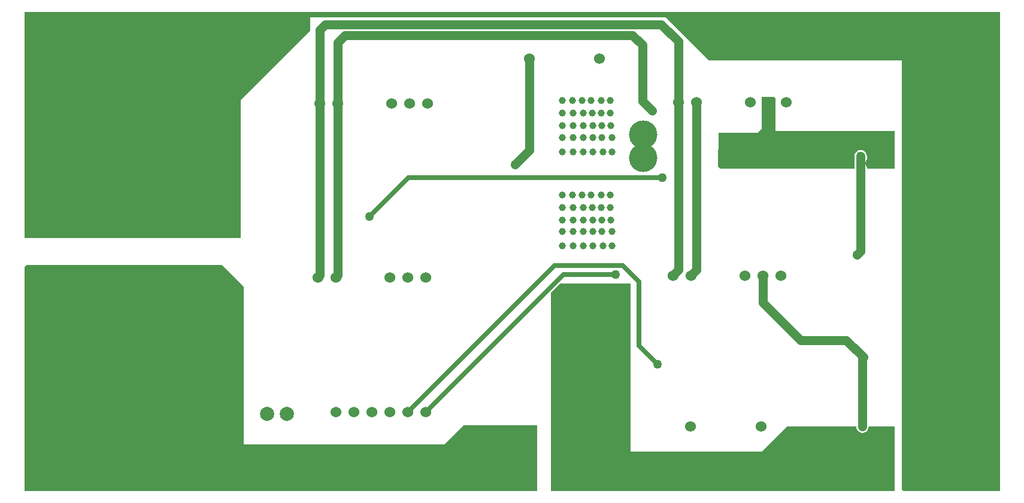
<source format=gbl>
G04*
G04 #@! TF.GenerationSoftware,Altium Limited,Altium Designer,21.1.1 (26)*
G04*
G04 Layer_Physical_Order=2*
G04 Layer_Color=16711680*
%FSLAX25Y25*%
%MOIN*%
G70*
G04*
G04 #@! TF.SameCoordinates,EB652CFF-68FA-4F81-8967-BD5122A89D0C*
G04*
G04*
G04 #@! TF.FilePolarity,Positive*
G04*
G01*
G75*
%ADD19C,0.05000*%
%ADD34C,0.02500*%
%ADD35C,0.03937*%
%ADD36C,0.06000*%
%ADD37C,0.11811*%
%ADD38C,0.15748*%
%ADD39C,0.23622*%
%ADD40C,0.05000*%
%ADD41C,0.07874*%
%ADD42C,0.19685*%
G36*
X418000Y219000D02*
Y200500D01*
X484500D01*
Y179500D01*
X469030D01*
Y186500D01*
X468910Y187414D01*
X468557Y188265D01*
X467996Y188996D01*
X467265Y189557D01*
X466414Y189910D01*
X465500Y190030D01*
X464586Y189910D01*
X463735Y189557D01*
X463004Y188996D01*
X462443Y188265D01*
X462090Y187414D01*
X461970Y186500D01*
Y179500D01*
X387500D01*
X386000Y181000D01*
X386500Y199500D01*
X408000D01*
X410500Y202000D01*
Y219500D01*
X417500D01*
X418000Y219000D01*
D02*
G37*
G36*
X543000Y0D02*
X489500D01*
X488500Y1000D01*
Y240000D01*
X381000D01*
X357000Y264000D01*
X159000D01*
Y256500D01*
X120500Y218000D01*
Y141000D01*
X0D01*
Y267000D01*
X543000D01*
Y0D01*
D02*
G37*
G36*
X337500Y22000D02*
X410500D01*
X424500Y36000D01*
X462970D01*
X463090Y35086D01*
X463443Y34235D01*
X464004Y33504D01*
X464735Y32943D01*
X465586Y32590D01*
X466500Y32470D01*
X467414Y32590D01*
X468265Y32943D01*
X468996Y33504D01*
X469557Y34235D01*
X469910Y35086D01*
X470030Y36000D01*
X484500D01*
Y500D01*
X484538Y462D01*
X484347Y0D01*
X293000D01*
Y110256D01*
X298244Y115500D01*
X337500D01*
Y22000D01*
D02*
G37*
G36*
X122000Y114000D02*
Y26000D01*
X234000D01*
X244500Y36500D01*
X285500D01*
Y0D01*
X0D01*
Y125000D01*
X1000Y126000D01*
X110000D01*
X122000Y114000D01*
D02*
G37*
D19*
X167429Y260000D02*
X354500D01*
X364000Y250500D01*
X164500Y257071D02*
X167429Y260000D01*
X164500Y120271D02*
Y257071D01*
X178500Y254000D02*
X338571D01*
X344036Y217464D02*
X349500Y212000D01*
X344036Y217464D02*
Y248535D01*
X338571Y254000D02*
X344036Y248535D01*
X174500Y250000D02*
X178500Y254000D01*
X174500Y216000D02*
Y250000D01*
X364000Y216500D02*
Y250500D01*
X281000Y190000D02*
Y241000D01*
X273000Y182000D02*
X281000Y190000D01*
X465500Y133500D02*
Y186500D01*
X463500Y131500D02*
X465500Y133500D01*
X466500Y36000D02*
Y74000D01*
X467000Y74500D01*
X457500Y84000D02*
X467000Y74500D01*
X432000Y84000D02*
X457500D01*
X411000Y105000D02*
Y120000D01*
Y105000D02*
X432000Y84000D01*
X174500Y120271D02*
Y216000D01*
X173500Y119271D02*
X174500Y120271D01*
X173500Y119000D02*
Y119271D01*
X163500D02*
X164500Y120271D01*
X163500Y119000D02*
Y119271D01*
X374000Y123271D02*
Y216500D01*
X371000Y120271D02*
X374000Y123271D01*
X371000Y120000D02*
Y120271D01*
X364000Y123271D02*
Y216500D01*
X361000Y120271D02*
X364000Y123271D01*
X361000Y120000D02*
Y120271D01*
D34*
X192000Y153000D02*
X213802Y174802D01*
X354945D01*
X213500Y44000D02*
X295000Y125500D01*
X333035D01*
X342000Y116535D01*
X300000Y120500D02*
X328955D01*
X223500Y44000D02*
X300000Y120500D01*
X342000Y81000D02*
Y116535D01*
Y81000D02*
X352500Y70500D01*
D35*
X520013Y27461D02*
D03*
X515013D02*
D03*
X509513D02*
D03*
X504013D02*
D03*
X520013Y35461D02*
D03*
X514513D02*
D03*
X509513D02*
D03*
X504013D02*
D03*
X498513Y27461D02*
D03*
Y35461D02*
D03*
X492513Y27461D02*
D03*
Y35461D02*
D03*
X519513Y41961D02*
D03*
X514513D02*
D03*
X509513D02*
D03*
X504013D02*
D03*
X498513D02*
D03*
X492596Y41959D02*
D03*
X519096Y48959D02*
D03*
X514096D02*
D03*
X509096D02*
D03*
X504096D02*
D03*
X498596D02*
D03*
X492596D02*
D03*
X519000Y56000D02*
D03*
X514000D02*
D03*
X508500D02*
D03*
X503500D02*
D03*
X498000D02*
D03*
X492500D02*
D03*
X521013Y139461D02*
D03*
X516013D02*
D03*
X510513D02*
D03*
X505013D02*
D03*
X521013Y147461D02*
D03*
X515513D02*
D03*
X510513D02*
D03*
X505013D02*
D03*
X499513Y139461D02*
D03*
Y147461D02*
D03*
X493513Y139461D02*
D03*
Y147461D02*
D03*
X520513Y153961D02*
D03*
X515513D02*
D03*
X510513D02*
D03*
X505013D02*
D03*
X499513D02*
D03*
X493596Y153959D02*
D03*
X520096Y160959D02*
D03*
X515096D02*
D03*
X510096D02*
D03*
X505096D02*
D03*
X499596D02*
D03*
X493596D02*
D03*
X520000Y168000D02*
D03*
X515000D02*
D03*
X509500D02*
D03*
X504500D02*
D03*
X499000D02*
D03*
X493500D02*
D03*
X327513Y29461D02*
D03*
X322513D02*
D03*
X317013D02*
D03*
X311513D02*
D03*
X327513Y37461D02*
D03*
X322013D02*
D03*
X317013D02*
D03*
X311513D02*
D03*
X306013Y29461D02*
D03*
Y37461D02*
D03*
X300013Y29461D02*
D03*
Y37461D02*
D03*
X327013Y43961D02*
D03*
X322013D02*
D03*
X317013D02*
D03*
X311513D02*
D03*
X306013D02*
D03*
X300096Y43959D02*
D03*
X326596Y50959D02*
D03*
X321596D02*
D03*
X316596D02*
D03*
X311596D02*
D03*
X306096D02*
D03*
X300096D02*
D03*
X326500Y58000D02*
D03*
X321500D02*
D03*
X316000D02*
D03*
X311000D02*
D03*
X305500D02*
D03*
X300000D02*
D03*
X327013Y80961D02*
D03*
X322013D02*
D03*
X316513D02*
D03*
X311013D02*
D03*
X327013Y88961D02*
D03*
X321513D02*
D03*
X316513D02*
D03*
X311013D02*
D03*
X305513Y80961D02*
D03*
Y88961D02*
D03*
X299513Y80961D02*
D03*
Y88961D02*
D03*
X326513Y95461D02*
D03*
X321513D02*
D03*
X316513D02*
D03*
X311013D02*
D03*
X305513D02*
D03*
X299596Y95459D02*
D03*
X326096Y102459D02*
D03*
X321096D02*
D03*
X316096D02*
D03*
X311096D02*
D03*
X305596D02*
D03*
X299596D02*
D03*
X326000Y109500D02*
D03*
X321000D02*
D03*
X315500D02*
D03*
X310500D02*
D03*
X305000D02*
D03*
X299500D02*
D03*
X327000Y136500D02*
D03*
X322000D02*
D03*
X316500D02*
D03*
X311000D02*
D03*
X327000Y144500D02*
D03*
X321500D02*
D03*
X316500D02*
D03*
X311000D02*
D03*
X305500Y136500D02*
D03*
Y144500D02*
D03*
X299500Y136500D02*
D03*
Y144500D02*
D03*
X326500Y151000D02*
D03*
X321500D02*
D03*
X316500D02*
D03*
X311000D02*
D03*
X305500D02*
D03*
X299582Y150998D02*
D03*
X326082Y157998D02*
D03*
X321082D02*
D03*
X316082D02*
D03*
X311082D02*
D03*
X305582D02*
D03*
X299582D02*
D03*
X325987Y165039D02*
D03*
X320987D02*
D03*
X315487D02*
D03*
X310487D02*
D03*
X304987D02*
D03*
X299487D02*
D03*
X327000Y189000D02*
D03*
X322000D02*
D03*
X316500D02*
D03*
X311000D02*
D03*
X327000Y197000D02*
D03*
X321500D02*
D03*
X316500D02*
D03*
X311000D02*
D03*
X305500Y189000D02*
D03*
Y197000D02*
D03*
X299500Y189000D02*
D03*
Y197000D02*
D03*
X326500Y203500D02*
D03*
X321500D02*
D03*
X316500D02*
D03*
X311000D02*
D03*
X305500D02*
D03*
X299582Y203498D02*
D03*
X326082Y210498D02*
D03*
X321082D02*
D03*
X316082D02*
D03*
X311082D02*
D03*
X305582D02*
D03*
X299582D02*
D03*
X325987Y217539D02*
D03*
X320987D02*
D03*
X315487D02*
D03*
X310487D02*
D03*
X304987D02*
D03*
X299487D02*
D03*
X493500Y220500D02*
D03*
X499000D02*
D03*
X504500D02*
D03*
X509500D02*
D03*
X515000D02*
D03*
X520000D02*
D03*
X493596Y213459D02*
D03*
X499596D02*
D03*
X505096D02*
D03*
X510096D02*
D03*
X515096D02*
D03*
X520096D02*
D03*
X493596Y206459D02*
D03*
X499513Y206461D02*
D03*
X505013D02*
D03*
X510513D02*
D03*
X515513D02*
D03*
X520513D02*
D03*
X493513Y199961D02*
D03*
Y191961D02*
D03*
X499513Y199961D02*
D03*
Y191961D02*
D03*
X505013Y199961D02*
D03*
X510513D02*
D03*
X515513D02*
D03*
X521013D02*
D03*
X505013Y191961D02*
D03*
X510513D02*
D03*
X516013D02*
D03*
X521013D02*
D03*
X492500Y108500D02*
D03*
X498000D02*
D03*
X503500D02*
D03*
X508500D02*
D03*
X514000D02*
D03*
X519000D02*
D03*
X492596Y101459D02*
D03*
X498596D02*
D03*
X504096D02*
D03*
X509096D02*
D03*
X514096D02*
D03*
X519096D02*
D03*
X492596Y94459D02*
D03*
X498513Y94461D02*
D03*
X504013D02*
D03*
X509513D02*
D03*
X514513D02*
D03*
X519513D02*
D03*
X492513Y87961D02*
D03*
Y79961D02*
D03*
X498513Y87961D02*
D03*
Y79961D02*
D03*
X504013Y87961D02*
D03*
X509513D02*
D03*
X514513D02*
D03*
X520013D02*
D03*
X504013Y79961D02*
D03*
X509513D02*
D03*
X515013D02*
D03*
X520013D02*
D03*
D36*
X281000Y241000D02*
D03*
X320173D02*
D03*
X410000Y36000D02*
D03*
X370827D02*
D03*
X364000Y216500D02*
D03*
X374000D02*
D03*
X404000D02*
D03*
X414000D02*
D03*
X424000D02*
D03*
X361000Y120000D02*
D03*
X371000D02*
D03*
X401000D02*
D03*
X411000D02*
D03*
X421000D02*
D03*
X173500Y44000D02*
D03*
X183500D02*
D03*
X193500D02*
D03*
X203500D02*
D03*
X213500D02*
D03*
X223500D02*
D03*
X163500Y119000D02*
D03*
X173500D02*
D03*
X203500D02*
D03*
X213500D02*
D03*
X223500D02*
D03*
X164500Y216000D02*
D03*
X174500D02*
D03*
X204500D02*
D03*
X214500D02*
D03*
X224500D02*
D03*
D37*
X69500Y155370D02*
D03*
Y116000D02*
D03*
D38*
X344500Y185500D02*
D03*
X533457Y11405D02*
D03*
X531457Y253905D02*
D03*
X12457Y10905D02*
D03*
X10957Y255405D02*
D03*
X344500Y198500D02*
D03*
X388500Y10000D02*
D03*
D39*
X82000Y228000D02*
D03*
X53500Y227500D02*
D03*
X81500Y36500D02*
D03*
X55500Y37000D02*
D03*
D40*
X254500Y4000D02*
D03*
X263000Y4500D02*
D03*
X271000D02*
D03*
X280500D02*
D03*
X482000Y182000D02*
D03*
X476000D02*
D03*
X470500Y182500D02*
D03*
X390000Y184500D02*
D03*
Y192500D02*
D03*
X354945Y174802D02*
D03*
X192000Y153000D02*
D03*
X328955Y120500D02*
D03*
X352500Y70500D02*
D03*
X349500Y212000D02*
D03*
X273000Y182000D02*
D03*
X463500Y131500D02*
D03*
X466500Y36000D02*
D03*
X478500Y21500D02*
D03*
X473500D02*
D03*
X468000D02*
D03*
X462500D02*
D03*
X467000Y74500D02*
D03*
X465500Y186500D02*
D03*
D41*
X135000Y43000D02*
D03*
X146000D02*
D03*
D42*
X388500Y10500D02*
D03*
X369500D02*
D03*
M02*

</source>
